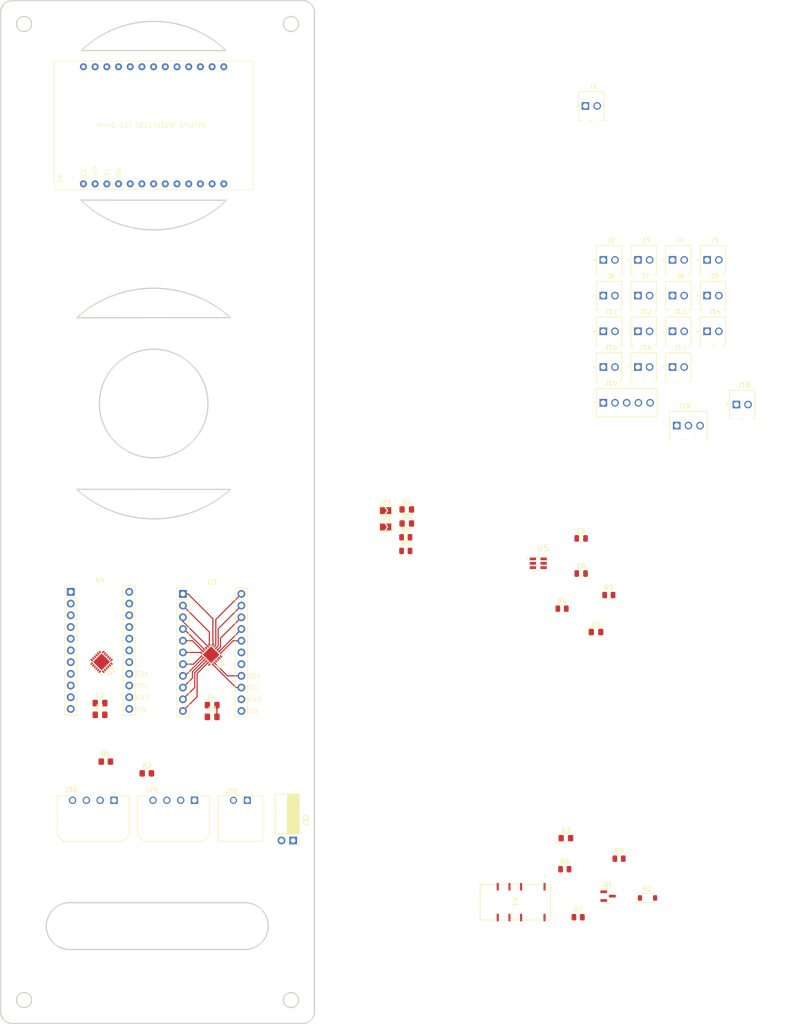
<source format=kicad_pcb>
(kicad_pcb (version 20221018) (generator pcbnew)
  (title_block (title "Darlu's Hand Scanner") (date "2024-08-03") (rev "v01") (company "Meow Wolf") (comment 1 "Daniel Bornhorst"))
  (layers (0 "F.Cu" signal) (31 "B.Cu" signal) (34 "B.Paste" user) (35 "F.Paste" user) (36 "B.SilkS" user "B.Silkscreen") (37 "F.SilkS" user "F.Silkscreen") (38 "B.Mask" user) (39 "F.Mask" user) (44 "Edge.Cuts" user))
  (net 0 "")
  (net 1 "VCC")
  (net 2 "GND")
  (net 3 "Net-(U5-SNSK)")
  (net 4 "Net-(U5-SNS)")
  (net 5 "Net-(D1-K)")
  (net 6 "TOUCH_OUT")
  (net 7 "Net-(D2-A)")
  (net 8 "Net-(D3-A)")
  (net 9 "NOOD_SDA")
  (net 10 "NOOD_SCL")
  (net 11 "MATRIX_SDA")
  (net 12 "MATRIX_SCL")
  (net 13 "Net-(J31-Pin_1)")
  (net 14 "Net-(J31-Pin_2)")
  (net 19 "Net-(Q1-B)")
  (net 20 "RELAY")
  (net 21 "P11_0")
  (net 22 "P11_2")
  (net 23 "P11_3")
  (net 24 "P01_0")
  (net 25 "P01_1")
  (net 26 "P01_2")
  (net 27 "P01_3")
  (net 28 "P01_4")
  (net 29 "P01_5")
  (net 30 "P01_6")
  (net 31 "P01_7")
  (net 32 "P11_4")
  (net 33 "P11_5")
  (net 34 "P11_6")
  (net 35 "P11_7")
  (net 37 "P12_0")
  (net 38 "P12_2")
  (net 39 "P12_3")
  (net 40 "P02_0")
  (net 41 "P02_1")
  (net 42 "P02_2")
  (net 43 "P02_3")
  (net 44 "P02_4")
  (net 45 "P02_5")
  (net 46 "P02_6")
  (net 47 "P02_7")
  (net 48 "P12_4")
  (net 49 "P12_5")
  (net 50 "P12_6")
  (net 51 "P12_7")
  (net 55 "P11_1")
  (net 58 "P12_1")
  (net 81 "Net-(D4-K)")
  (net 82 "Net-(D5-K)")
  (net 85 "Net-(JP1-A)")
  (net 86 "Net-(JP2-A)")
  (footprint "Jumper:SolderJumper-2_P1.3mm_Open_TrianglePad1.0x1.5mm" (layer "F.Cu") (at 134.4075 139.6)
    (fp_text reference "JP2")
    (fp_text value "SolderJumper_2_Open")
  )
  (footprint "Diode_SMD:D_SOD-123" (layer "F.Cu") (at 191.2745 220.0719)
    (fp_text reference "D2")
    (fp_text value "1N4148")
  )
  (footprint "my_footprints:MOLEX_MICROFIT-RA-2POS" (layer "F.Cu") (at 102.87 203.2)
    (fp_text reference "J31")
    (fp_text value "Speaker In")
  )
  (footprint "my_footprints:PHOENIX_1725656-2POS" (layer "F.Cu") (at 189.186 104.902)
    (fp_text reference "J16")
    (fp_text value "Phoenix _725656")
  )
  (footprint "my_footprints:SOT95P270X145-6N" (layer "F.Cu") (at 167.54 147.4699)
    (fp_text reference "U5")
    (fp_text value "AT42QT1010")
  )
  (footprint "my_footprints:PHOENIX_1725656-2POS" (layer "F.Cu") (at 181.671 81.652)
    (fp_text reference "J2")
    (fp_text value "Phoenix _725656")
  )
  (footprint "my_footprints:PHOENIX_1725656-2POS" (layer "F.Cu") (at 196.701 81.652)
    (fp_text reference "J4")
    (fp_text value "Phoenix _725656")
  )
  (footprint "Package_DFN_QFN:TQFN-24-1EP_4x4mm_P0.5mm_EP2.6x2.6mm" (layer "F.Cu") (at 72.73 168.85 -135)
    (fp_text reference "U2")
    (fp_text value "AW9523")
  )
  (footprint "Jumper:SolderJumper-2_P1.3mm_Open_TrianglePad1.0x1.5mm" (layer "F.Cu") (at 134.4075 136.05)
    (fp_text reference "JP1")
    (fp_text value "SolderJumper_2_Open")
  )
  (footprint "LED_SMD:LED_0805_2012Metric_Pad1.15x1.40mm_HandSolder" (layer "F.Cu") (at 139.0025 135.795)
    (fp_text reference "D4")
    (fp_text value "LED_Small")
  )
  (footprint "Resistor_SMD:R_0805_2012Metric" (layer "F.Cu") (at 138.7875 144.78)
    (fp_text reference "R9")
    (fp_text value "220")
  )
  (footprint "Resistor_SMD:R_0805_2012Metric" (layer "F.Cu") (at 172.72 157.3099)
    (fp_text reference "R4")
    (fp_text value "1K")
  )
  (footprint "Capacitor_SMD:C_0805_2012Metric" (layer "F.Cu") (at 176.85 142.0699)
    (fp_text reference "C5")
    (fp_text value "22nF")
  )
  (footprint "my_footprints:PHOENIX_1725656-2POS" (layer "F.Cu") (at 177.8 48.26)
    (fp_text reference "J1")
    (fp_text value "Phoenix _725656")
  )
  (footprint "Resistor_SMD:R_0805_2012Metric" (layer "F.Cu") (at 138.7875 141.83)
    (fp_text reference "R8")
    (fp_text value "220")
  )
  (footprint "Resistor_SMD:R_0805_2012Metric_Pad1.20x1.40mm_HandSolder" (layer "F.Cu") (at 82.55 193.04)
    (fp_text reference "R2")
    (fp_text value "10k")
  )
  (footprint "my_footprints:PHOENIX_1725656-2POS" (layer "F.Cu") (at 204.216 81.652)
    (fp_text reference "J5")
    (fp_text value "Phoenix _725656")
  )
  (footprint "my_footprints:MOLEX_MICROFIT-RA-4POS" (layer "F.Cu") (at 70.93 203.2)
    (fp_text reference "J30")
    (fp_text value "Matrix i2c")
  )
  (footprint "my_footprints:PHOENIX_1725656-2POS" (layer "F.Cu") (at 181.671 104.902)
    (fp_text reference "J15")
    (fp_text value "Phoenix _725656")
  )
  (footprint "Package_TO_SOT_SMD:SOT-23" (layer "F.Cu") (at 182.7045 219.6719)
    (fp_text reference "Q1")
    (fp_text value "Q_NPN_BEC")
  )
  (footprint "my_footprints:PHOENIX_1725685-5POS" (layer "F.Cu") (at 181.671 112.652)
    (fp_text reference "J10")
    (fp_text value "Phoenix_5POS_1725685")
  )
  (footprint "LED_SMD:LED_0805_2012Metric_Pad1.15x1.40mm_HandSolder" (layer "F.Cu") (at 173.5515 207.0989)
    (fp_text reference "D3")
    (fp_text value "LED")
  )
  (footprint "my_footprints:MOLEX_MICROFIT-RA-4POS" (layer "F.Cu") (at 88.4 203.2)
    (fp_text reference "J29")
    (fp_text value "n00d i2c")
  )
  (footprint "my_footprints:Adafruit IS31FL3731 LED Driver" (layer "F.Cu") (at 82.76 52.46 90)
    (fp_text reference "U6")
    (fp_text value "IS31FL3731 LED Driver")
  )
  (footprint "my_footprints:PHOENIX_1725656-2POS" (layer "F.Cu") (at 181.671 89.402)
    (fp_text reference "J6")
    (fp_text value "Phoenix _725656")
  )
  (footprint "my_footprints:RELAY8_EE2-3NUH_KEM-M" (layer "F.Cu") (at 162.56 220.98 -90)
    (fp_text reference "K1")
    (fp_text value "EC2-3NU")
  )
  (footprint "Resistor_SMD:R_0805_2012Metric" (layer "F.Cu") (at 182.88 154.3599)
    (fp_text reference "R3")
    (fp_text value "10K")
  )
  (footprint "my_footprints:PHOENIX_1725656-2POS" (layer "F.Cu") (at 196.701 97.152)
    (fp_text reference "J13")
    (fp_text value "Phoenix _725656")
  )
  (footprint "my_footprints:PHOENIX_1725656-2POS" (layer "F.Cu") (at 204.216 89.402)
    (fp_text reference "J9")
    (fp_text value "Phoenix _725656")
  )
  (footprint "my_footprints:PHOENIX_1725656-2POS" (layer "F.Cu") (at 189.186 89.402)
    (fp_text reference "J7")
    (fp_text value "Phoenix _725656")
  )
  (footprint "my_footprints:PHOENIX_1725656-2POS" (layer "F.Cu") (at 189.186 81.652)
    (fp_text reference "J3")
    (fp_text value "Phoenix _725656")
  )
  (footprint "my_footprints:PHOENIX_1725656-2POS" (layer "F.Cu") (at 189.186 97.152)
    (fp_text reference "J12")
    (fp_text value "Phoenix _725656")
  )
  (footprint "Resistor_SMD:R_0805_2012Metric" (layer "F.Cu") (at 176.204 224.2439)
    (fp_text reference "R7")
    (fp_text value "1K")
  )
  (footprint "Resistor_SMD:R_0805_2012Metric" (layer "F.Cu") (at 185.094 211.5439)
    (fp_text reference "R5")
    (fp_text value "1K")
  )
  (footprint "my_footprints:PHOENIX_1725669-3POS" (layer "F.Cu") (at 196.112 120.702)
    (fp_text reference "J19")
    (fp_text value "Phoenix_3POS_1725669")
  )
  (footprint "my_footprints:Adafruit_AW9523_GPIO_Expander" (layer "F.Cu") (at 96.74 165.539239)
    (fp_text reference "U3")
    (fp_text value "AW9523 Expander")
  )
  (footprint "LED_SMD:LED_0805_2012Metric_Pad1.15x1.40mm_HandSolder" (layer "F.Cu") (at 180.095 162.3899)
    (fp_text reference "D1")
    (fp_text value "LED_Small")
  )
  (footprint "Package_DFN_QFN:TQFN-24-1EP_4x4mm_P0.5mm_EP2.6x2.6mm" (layer "F.Cu") (at 96.52 167.289239 -135)
    (fp_text reference "U1")
    (fp_text value "AW9523")
  )
  (footprint "Capacitor_SMD:C_0805_2012Metric" (layer "F.Cu") (at 176.85 149.6899)
    (fp_text reference "C6")
    (fp_text value "0.1uF")
  )
  (footprint "my_footprints:PHOENIX_1725656-2POS" (layer "F.Cu") (at 196.701 104.902)
    (fp_text reference "J17")
    (fp_text value "Phoenix _725656")
  )
  (footprint "Capacitor_SMD:C_0805_2012Metric_Pad1.18x1.45mm_HandSolder" (layer "F.Cu") (at 72.39 180.34)
    (fp_text reference "C1")
    (fp_text value "10uF")
  )
  (footprint "Capacitor_SMD:C_0805_2012Metric_Pad1.18x1.45mm_HandSolder" (layer "F.Cu") (at 96.74 180.779239)
    (fp_text reference "C3")
    (fp_text value "10uF")
  )
  (footprint "Resistor_SMD:R_0805_2012Metric" (layer "F.Cu") (at 173.3065 213.8299)
    (fp_text reference "R6")
    (fp_text value "10K")
  )
  (footprint "my_footprints:PHOENIX_1725656-2POS" (layer "F.Cu") (at 204.216 97.152)
    (fp_text reference "J14")
    (fp_text value "Phoenix _725656")
  )
  (footprint "my_footprints:Adafruit_AW9523_GPIO_Expander" (layer "F.Cu") (at 72.39 165.1)
    (fp_text reference "U4")
    (fp_text value "AW9523 Expander")
  )
  (footprint "Capacitor_SMD:C_0805_2012Metric_Pad1.18x1.45mm_HandSolder" (layer "F.Cu") (at 72.39 177.8)
    (fp_text reference "C2")
    (fp_text value "0.1uF")
  )
  (footprint "Connector_PinSocket_2.54mm:PinSocket_1x02_P2.54mm_Horizontal" (layer "F.Cu") (at 114.33 207.6 -90)
    (fp_text reference "J32")
    (fp_text value "Speaker")
  )
  (footprint "Resistor_SMD:R_0805_2012Metric_Pad1.20x1.40mm_HandSolder" (layer "F.Cu") (at 73.66 190.5)
    (fp_text reference "R1")
    (fp_text value "10k")
  )
  (footprint "Capacitor_SMD:C_0805_2012Metric_Pad1.18x1.45mm_HandSolder" (layer "F.Cu") (at 96.74 178.239239)
    (fp_text reference "C4")
    (fp_text value "0.1uF")
  )
  (footprint "my_footprints:PHOENIX_1725656-2POS" (layer "F.Cu") (at 181.671 97.152)
    (fp_text reference "J11")
    (fp_text value "Phoenix _725656")
  )
  (footprint "my_footprints:PHOENIX_1725656-2POS" (layer "F.Cu") (at 210.566 113.03)
    (fp_text reference "J18")
    (fp_text value "Phoenix _725656")
  )
  (footprint "my_footprints:PHOENIX_1725656-2POS" (layer "F.Cu") (at 196.701 89.402)
    (fp_text reference "J8")
    (fp_text value "Phoenix _725656")
  )
  (footprint "LED_SMD:LED_0805_2012Metric_Pad1.15x1.40mm_HandSolder" (layer "F.Cu") (at 139.0025 138.835)
    (fp_text reference "D5")
    (fp_text value "LED_Small")
  )
  (gr_line (start 68.208218 68.681076) (end 99.839232 68.713621) (stroke (width 0.25)) (layer "Edge.Cuts"))
  (gr_circle (center 84.040363 112.815858) (end 95.825963 112.815858) (stroke (width 0.25)) (fill none) (layer "Edge.Cuts"))
  (gr_curve (pts (xy 53.362626 247.2944) (xy 51.959822 247.2944) (xy 50.822626 246.157204) (xy 50.822626 244.7544)) (stroke (width 0.25)) (layer "Edge.Cuts"))
  (gr_line (start 116.405426 247.2944) (end 53.362626 247.2944) (stroke (width 0.25)) (layer "Edge.Cuts"))
  (gr_line (start 118.945426 244.7544) (end 118.945426 27.94) (stroke (width 0.25)) (layer "Edge.Cuts"))
  (gr_curve (pts (xy 103.851279 221.087215) (xy 106.656886 221.087215) (xy 108.931279 223.361608) (xy 108.931279 226.167215)) (stroke (width 0.25)) (layer "Edge.Cuts"))
  (gr_curve (pts (xy 99.74552 36.249771) (xy 90.982608 27.794923) (xy 77.099027 27.794667) (xy 68.335804 36.249193)) (stroke (width 0.25)) (layer "Edge.Cuts"))
  (gr_circle (center 55.902626 30.48) (end 57.540926 30.48) (stroke (width 0.25)) (fill none) (layer "Edge.Cuts"))
  (gr_circle (center 84.040363 112.815858) (end 95.825963 112.815858) (stroke (width 0.25)) (fill none) (layer "Edge.Cuts"))
  (gr_curve (pts (xy 50.822626 27.94) (xy 50.822626 26.537197) (xy 51.959822 25.4) (xy 53.362626 25.4)) (stroke (width 0.25)) (layer "Edge.Cuts"))
  (gr_circle (center 113.865426 242.2144) (end 115.503726 242.2144) (stroke (width 0.25)) (fill none) (layer "Edge.Cuts"))
  (gr_curve (pts (xy 118.945426 244.7544) (xy 118.945426 246.157204) (xy 117.808229 247.2944) (xy 116.405426 247.2944)) (stroke (width 0.25)) (layer "Edge.Cuts"))
  (gr_circle (center 113.865426 30.48) (end 115.503726 30.48) (stroke (width 0.25)) (fill none) (layer "Edge.Cuts"))
  (gr_line (start 100.73241 131.45254) (end 67.31 131.418152) (stroke (width 0.25)) (layer "Edge.Cuts"))
  (gr_curve (pts (xy 65.802079 231.247215) (xy 62.996473 231.247215) (xy 60.722079 228.972821) (xy 60.722079 226.167215)) (stroke (width 0.25)) (layer "Edge.Cuts"))
  (gr_line (start 53.362626 247.2944) (end 116.405426 247.2944) (stroke (width 0.25)) (layer "Edge.Cuts"))
  (gr_line (start 50.822626 27.94) (end 50.822626 244.7544) (stroke (width 0.25)) (layer "Edge.Cuts"))
  (gr_line (start 100.73241 94.179176) (end 67.31 94.213565) (stroke (width 0.25)) (layer "Edge.Cuts"))
  (gr_curve (pts (xy 68.208218 68.681076) (xy 76.990196 77.288129) (xy 91.03956 77.302584) (xy 99.839232 68.713621)) (stroke (width 0.25)) (layer "Edge.Cuts"))
  (gr_curve (pts (xy 60.722079 226.167215) (xy 60.722079 223.361608) (xy 62.996473 221.087215) (xy 65.802079 221.087215)) (stroke (width 0.25)) (layer "Edge.Cuts"))
  (gr_curve (pts (xy 67.31 131.418152) (xy 76.808246 139.960599) (xy 91.216605 139.975424) (xy 100.73241 131.45254)) (stroke (width 0.25)) (layer "Edge.Cuts"))
  (gr_curve (pts (xy 108.931279 226.167215) (xy 108.931279 223.361608) (xy 106.656886 221.087215) (xy 103.851279 221.087215)) (stroke (width 0.25)) (layer "Edge.Cuts"))
  (gr_line (start 50.822626 244.7544) (end 50.822626 27.94) (stroke (width 0.25)) (layer "Edge.Cuts"))
  (gr_line (start 103.851279 221.087215) (end 65.802079 221.087215) (stroke (width 0.25)) (layer "Edge.Cuts"))
  (gr_curve (pts (xy 99.839232 68.713621) (xy 91.03956 77.302584) (xy 76.990196 77.288129) (xy 68.208218 68.681076)) (stroke (width 0.25)) (layer "Edge.Cuts"))
  (gr_curve (pts (xy 50.822626 244.7544) (xy 50.822626 246.157204) (xy 51.959822 247.2944) (xy 53.362626 247.2944)) (stroke (width 0.25)) (layer "Edge.Cuts"))
  (gr_circle (center 113.865426 30.48) (end 115.503726 30.48) (stroke (width 0.25)) (fill none) (layer "Edge.Cuts"))
  (gr_line (start 99.839232 68.713621) (end 68.208218 68.681076) (stroke (width 0.25)) (layer "Edge.Cuts"))
  (gr_circle (center 55.902626 30.48) (end 57.540926 30.48) (stroke (width 0.25)) (fill none) (layer "Edge.Cuts"))
  (gr_line (start 53.362626 25.4) (end 116.405426 25.4) (stroke (width 0.25)) (layer "Edge.Cuts"))
  (gr_line (start 68.335804 36.249193) (end 99.74552 36.249771) (stroke (width 0.25)) (layer "Edge.Cuts"))
  (gr_line (start 65.802079 221.087215) (end 103.851279 221.087215) (stroke (width 0.25)) (layer "Edge.Cuts"))
  (gr_curve (pts (xy 60.722079 226.167215) (xy 60.722079 228.972821) (xy 62.996473 231.247215) (xy 65.802079 231.247215)) (stroke (width 0.25)) (layer "Edge.Cuts"))
  (gr_line (start 67.31 94.213565) (end 100.73241 94.179176) (stroke (width 0.25)) (layer "Edge.Cuts"))
  (gr_curve (pts (xy 100.73241 94.179176) (xy 91.216605 85.656293) (xy 76.808246 85.671118) (xy 67.31 94.213565)) (stroke (width 0.25)) (layer "Edge.Cuts"))
  (gr_curve (pts (xy 67.31 131.418152) (xy 76.808246 139.960599) (xy 91.216605 139.975424) (xy 100.73241 131.45254)) (stroke (width 0.25)) (layer "Edge.Cuts"))
  (gr_curve (pts (xy 116.405426 25.4) (xy 117.808229 25.4) (xy 118.945426 26.537197) (xy 118.945426 27.94)) (stroke (width 0.25)) (layer "Edge.Cuts"))
  (gr_curve (pts (xy 99.74552 36.249771) (xy 90.982608 27.794923) (xy 77.099027 27.794667) (xy 68.335804 36.249193)) (stroke (width 0.25)) (layer "Edge.Cuts"))
  (gr_curve (pts (xy 116.405426 247.2944) (xy 117.808229 247.2944) (xy 118.945426 246.157204) (xy 118.945426 244.7544)) (stroke (width 0.25)) (layer "Edge.Cuts"))
  (gr_line (start 103.851279 231.247215) (end 65.802079 231.247215) (stroke (width 0.25)) (layer "Edge.Cuts"))
  (gr_circle (center 113.865426 242.2144) (end 115.503726 242.2144) (stroke (width 0.25)) (fill none) (layer "Edge.Cuts"))
  (gr_line (start 118.945426 27.94) (end 118.945426 244.7544) (stroke (width 0.25)) (layer "Edge.Cuts"))
  (gr_curve (pts (xy 103.851279 231.247215) (xy 106.656886 231.247215) (xy 108.931279 228.972821) (xy 108.931279 226.167215)) (stroke (width 0.25)) (layer "Edge.Cuts"))
  (gr_line (start 100.73241 131.45254) (end 67.31 131.418152) (stroke (width 0.25)) (layer "Edge.Cuts"))
  (gr_curve (pts (xy 65.802079 221.087215) (xy 62.996473 221.087215) (xy 60.722079 223.361608) (xy 60.722079 226.167215)) (stroke (width 0.25)) (layer "Edge.Cuts"))
  (gr_curve (pts (xy 67.31 94.213565) (xy 76.808246 85.671118) (xy 91.216605 85.656293) (xy 100.73241 94.179176)) (stroke (width 0.25)) (layer "Edge.Cuts"))
  (gr_curve (pts (xy 118.945426 27.94) (xy 118.945426 26.537197) (xy 117.808229 25.4) (xy 116.405426 25.4)) (stroke (width 0.25)) (layer "Edge.Cuts"))
  (gr_circle (center 55.902626 242.2144) (end 57.540926 242.2144) (stroke (width 0.25)) (fill none) (layer "Edge.Cuts"))
  (gr_curve (pts (xy 108.931279 226.167215) (xy 108.931279 228.972821) (xy 106.656886 231.247215) (xy 103.851279 231.247215)) (stroke (width 0.25)) (layer "Edge.Cuts"))
  (gr_curve (pts (xy 53.362626 25.4) (xy 51.959822 25.4) (xy 50.822626 26.537197) (xy 50.822626 27.94)) (stroke (width 0.25)) (layer "Edge.Cuts"))
  (gr_line (start 65.802079 231.247215) (end 103.851279 231.247215) (stroke (width 0.25)) (layer "Edge.Cuts"))
  (gr_line (start 68.335804 36.249193) (end 99.74552 36.249771) (stroke (width 0.25)) (layer "Edge.Cuts"))
  (gr_circle (center 55.902626 242.2144) (end 57.540926 242.2144) (stroke (width 0.25)) (fill none) (layer "Edge.Cuts"))
  (gr_line (start 116.405426 25.4) (end 53.362626 25.4) (stroke (width 0.25)) (layer "Edge.Cuts"))
  (segment (start 97.7775 180.8355) (end 97.79 180.848) (width 0.254) (layer "F.Cu") (net 2))
  (segment (start 97.7775 180.779239) (end 97.7775 180.8355) (width 0.254) (layer "F.Cu") (net 2))
  (segment (start 97.7775 180.8355) (end 97.7775 178.239239) (width 0.254) (layer "F.Cu") (net 2))
  (segment (start 103.09 171.889239) (end 100.056511 171.889239) (width 0.254) (layer "F.Cu") (net 9))
  (segment (start 100.056511 171.889239) (end 97.252208 169.084936) (width 0.254) (layer "F.Cu") (net 9))
  (segment (start 103.09 174.429239) (end 101.892233 174.429239) (width 0.254) (layer "F.Cu") (net 10))
  (segment (start 101.892233 174.429239) (end 96.90007 169.437076) (width 0.254) (layer "F.Cu") (net 10))
  (segment (start 101.307767 164.269239) (end 103.09 164.269239) (width 0.254) (layer "F.Cu") (net 21))
  (segment (start 98.667837 166.909169) (end 101.307767 164.269239) (width 0.254) (layer "F.Cu") (net 21))
  (segment (start 98.552 163.727239) (end 98.552 165.610792) (width 0.254) (layer "F.Cu") (net 22))
  (segment (start 98.552 165.610792) (end 97.96073 166.202062) (width 0.254) (layer "F.Cu") (net 22))
  (segment (start 103.09 159.189239) (end 98.552 163.727239) (width 0.254) (layer "F.Cu") (net 22))
  (segment (start 97.607177 165.848509) (end 98.044 165.411686) (width 0.254) (layer "F.Cu") (net 23))
  (segment (start 98.044 161.695239) (end 103.09 156.649239) (width 0.254) (layer "F.Cu") (net 23))
  (segment (start 98.044 165.411686) (end 98.044 161.695239) (width 0.254) (layer "F.Cu") (net 23))
  (segment (start 97.536 159.663239) (end 103.09 154.109239) (width 0.254) (layer "F.Cu") (net 24))
  (segment (start 97.536 165.212579) (end 97.536 159.663239) (width 0.254) (layer "F.Cu") (net 24))
  (segment (start 97.253623 165.494956) (end 97.536 165.212579) (width 0.254) (layer "F.Cu") (net 24))
  (segment (start 91.494 154.109239) (end 96.898655 159.513894) (width 0.254) (layer "F.Cu") (net 25))
  (segment (start 96.898655 159.513894) (end 96.898656 165.139988) (width 0.254) (layer "F.Cu") (net 25))
  (segment (start 90.39 154.109239) (end 91.494 154.109239) (width 0.254) (layer "F.Cu") (net 25))
  (segment (start 90.39 156.649239) (end 96.13993 162.399169) (width 0.254) (layer "F.Cu") (net 26))
  (segment (start 96.13993 162.399169) (end 96.13993 165.141402) (width 0.254) (layer "F.Cu") (net 26))
  (segment (start 90.39 159.189239) (end 90.39 160.098579) (width 0.254) (layer "F.Cu") (net 27))
  (segment (start 90.39 160.098579) (end 95.786377 165.494956) (width 0.254) (layer "F.Cu") (net 27))
  (segment (start 95.07927 166.202062) (end 90.606447 161.729239) (width 0.254) (layer "F.Cu") (net 28))
  (segment (start 90.606447 161.729239) (end 90.39 161.729239) (width 0.254) (layer "F.Cu") (net 28))
  (segment (start 94.725717 166.555616) (end 92.43934 164.269239) (width 0.254) (layer "F.Cu") (net 29))
  (segment (start 92.43934 164.269239) (end 90.39 164.269239) (width 0.254) (layer "F.Cu") (net 29))
  (segment (start 90.39 166.809239) (end 94.269404 166.809239) (width 0.254) (layer "F.Cu") (net 30))
  (segment (start 94.269404 166.809239) (end 94.370749 166.910584) (width 0.254) (layer "F.Cu") (net 30))
  (segment (start 90.39 169.349239) (end 92.689404 169.349239) (width 0.254) (layer "F.Cu") (net 31))
  (segment (start 92.689404 169.349239) (end 94.370749 167.667894) (width 0.254) (layer "F.Cu") (net 31))
  (segment (start 90.85934 171.889239) (end 90.39 171.889239) (width 0.254) (layer "F.Cu") (net 32))
  (segment (start 94.725717 168.022862) (end 90.85934 171.889239) (width 0.254) (layer "F.Cu") (net 32))
  (segment (start 95.07927 168.376416) (end 92.46108 170.994606) (width 0.254) (layer "F.Cu") (net 33))
  (segment (start 92.46108 172.358159) (end 90.39 174.429239) (width 0.254) (layer "F.Cu") (net 33))
  (segment (start 92.46108 170.994606) (end 92.46108 172.358159) (width 0.254) (layer "F.Cu") (net 33))
  (segment (start 90.39 176.969239) (end 92.964 174.395239) (width 0.254) (layer "F.Cu") (net 34))
  (segment (start 92.964 171.198792) (end 95.432823 168.729969) (width 0.254) (layer "F.Cu") (net 34))
  (segment (start 92.964 174.395239) (end 92.964 171.198792) (width 0.254) (layer "F.Cu") (net 34))
  (segment (start 93.472 176.427239) (end 93.472 171.397899) (width 0.254) (layer "F.Cu") (net 35))
  (segment (start 93.472 171.397899) (end 95.786377 169.083522) (width 0.254) (layer "F.Cu") (net 35))
  (segment (start 90.39 179.509239) (end 93.472 176.427239) (width 0.254) (layer "F.Cu") (net 35))
  (segment (start 103.09 161.779899) (end 103.09 161.729239) (width 0.254) (layer "F.Cu") (net 55))
  (segment (start 98.314283 166.555616) (end 103.09 161.779899) (width 0.254) (layer "F.Cu") (net 55))
)
</source>
